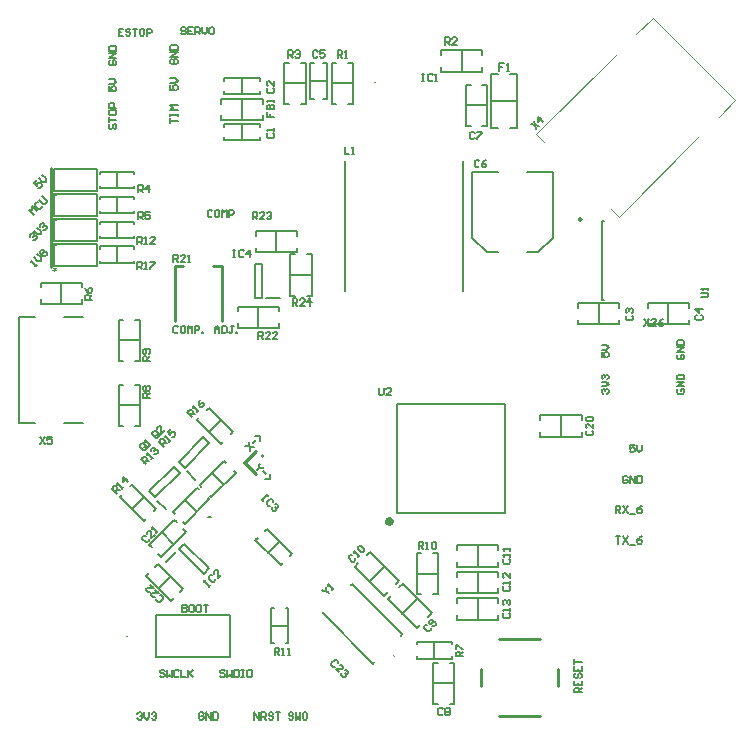
<source format=gto>
G04*
G04 #@! TF.GenerationSoftware,Altium Limited,Altium Designer,24.4.1 (13)*
G04*
G04 Layer_Color=65535*
%FSLAX25Y25*%
%MOIN*%
G70*
G04*
G04 #@! TF.SameCoordinates,4848AC28-F08C-4A73-8BB8-69E0F556E231*
G04*
G04*
G04 #@! TF.FilePolarity,Positive*
G04*
G01*
G75*
%ADD10C,0.00394*%
%ADD11C,0.00500*%
%ADD12C,0.00984*%
%ADD13C,0.00787*%
%ADD14C,0.01000*%
%ADD15C,0.00591*%
G36*
X128461Y271096D02*
X128456Y271091D01*
X128446Y271080D01*
X128431Y271061D01*
X128411Y271036D01*
X128386Y271006D01*
X128356Y270971D01*
X128291Y270890D01*
X128221Y270811D01*
X128151Y270730D01*
X128081Y270655D01*
X128051Y270626D01*
X128026Y270601D01*
X128031D01*
X128041Y270596D01*
X128061D01*
X128086Y270590D01*
X128116Y270581D01*
X128151Y270576D01*
X128231Y270555D01*
X128331Y270536D01*
X128441Y270511D01*
X128551Y270480D01*
X128666Y270451D01*
X128546Y270080D01*
X128541D01*
X128526Y270086D01*
X128506Y270096D01*
X128476Y270106D01*
X128446Y270115D01*
X128406Y270130D01*
X128316Y270165D01*
X128216Y270205D01*
X128116Y270251D01*
X128021Y270290D01*
X127981Y270316D01*
X127941Y270336D01*
Y270331D01*
Y270316D01*
X127946Y270290D01*
X127951Y270261D01*
Y270221D01*
X127956Y270176D01*
X127966Y270076D01*
X127976Y269966D01*
X127981Y269861D01*
X127991Y269761D01*
Y269715D01*
Y269681D01*
X127611D01*
Y269686D01*
Y269690D01*
Y269706D01*
Y269726D01*
X127616Y269751D01*
Y269786D01*
X127621Y269861D01*
X127631Y269955D01*
X127641Y270065D01*
X127656Y270191D01*
X127676Y270331D01*
X127671D01*
X127661Y270326D01*
X127646Y270316D01*
X127626Y270305D01*
X127601Y270296D01*
X127571Y270281D01*
X127496Y270251D01*
X127406Y270211D01*
X127296Y270165D01*
X127181Y270126D01*
X127056Y270080D01*
X126931Y270451D01*
X126936D01*
X126946Y270456D01*
X126966Y270461D01*
X126986Y270471D01*
X127016Y270480D01*
X127056Y270491D01*
X127136Y270511D01*
X127236Y270536D01*
X127346Y270561D01*
X127466Y270586D01*
X127586Y270601D01*
X127576Y270605D01*
X127556Y270626D01*
X127521Y270666D01*
X127471Y270715D01*
X127406Y270780D01*
X127326Y270871D01*
X127236Y270971D01*
X127191Y271030D01*
X127136Y271096D01*
X127451Y271316D01*
X127456Y271305D01*
X127476Y271276D01*
X127511Y271231D01*
X127551Y271171D01*
X127606Y271091D01*
X127666Y270990D01*
X127736Y270881D01*
X127811Y270756D01*
Y270761D01*
X127821Y270771D01*
X127831Y270791D01*
X127846Y270815D01*
X127861Y270846D01*
X127881Y270881D01*
X127926Y270966D01*
X127981Y271056D01*
X128036Y271146D01*
X128096Y271236D01*
X128151Y271316D01*
X128461Y271096D01*
D02*
G37*
G36*
Y279413D02*
X128456Y279408D01*
X128446Y279398D01*
X128431Y279378D01*
X128411Y279352D01*
X128386Y279323D01*
X128356Y279288D01*
X128291Y279207D01*
X128221Y279128D01*
X128151Y279047D01*
X128081Y278973D01*
X128051Y278942D01*
X128026Y278918D01*
X128031D01*
X128041Y278912D01*
X128061D01*
X128086Y278907D01*
X128116Y278898D01*
X128151Y278892D01*
X128231Y278872D01*
X128331Y278853D01*
X128441Y278828D01*
X128551Y278798D01*
X128666Y278767D01*
X128546Y278397D01*
X128541D01*
X128526Y278402D01*
X128506Y278413D01*
X128476Y278422D01*
X128446Y278432D01*
X128406Y278448D01*
X128316Y278483D01*
X128216Y278522D01*
X128116Y278568D01*
X128021Y278608D01*
X127981Y278632D01*
X127941Y278653D01*
Y278647D01*
Y278632D01*
X127946Y278608D01*
X127951Y278577D01*
Y278538D01*
X127956Y278492D01*
X127966Y278393D01*
X127976Y278282D01*
X127981Y278177D01*
X127991Y278078D01*
Y278032D01*
Y277997D01*
X127611D01*
Y278003D01*
Y278008D01*
Y278023D01*
Y278043D01*
X127616Y278067D01*
Y278102D01*
X127621Y278177D01*
X127631Y278273D01*
X127641Y278382D01*
X127656Y278507D01*
X127676Y278647D01*
X127671D01*
X127661Y278643D01*
X127646Y278632D01*
X127626Y278623D01*
X127601Y278612D01*
X127571Y278597D01*
X127496Y278568D01*
X127406Y278527D01*
X127296Y278483D01*
X127181Y278443D01*
X127056Y278397D01*
X126931Y278767D01*
X126936D01*
X126946Y278772D01*
X126966Y278778D01*
X126986Y278787D01*
X127016Y278798D01*
X127056Y278807D01*
X127136Y278828D01*
X127236Y278853D01*
X127346Y278877D01*
X127466Y278903D01*
X127586Y278918D01*
X127576Y278923D01*
X127556Y278942D01*
X127521Y278982D01*
X127471Y279032D01*
X127406Y279098D01*
X127326Y279187D01*
X127236Y279288D01*
X127191Y279347D01*
X127136Y279413D01*
X127451Y279632D01*
X127456Y279623D01*
X127476Y279592D01*
X127511Y279548D01*
X127551Y279487D01*
X127606Y279408D01*
X127666Y279308D01*
X127736Y279198D01*
X127811Y279072D01*
Y279078D01*
X127821Y279087D01*
X127831Y279107D01*
X127846Y279133D01*
X127861Y279163D01*
X127881Y279198D01*
X127926Y279282D01*
X127981Y279373D01*
X128036Y279463D01*
X128096Y279553D01*
X128151Y279632D01*
X128461Y279413D01*
D02*
G37*
G36*
Y287729D02*
X128456Y287724D01*
X128446Y287714D01*
X128431Y287694D01*
X128411Y287669D01*
X128386Y287639D01*
X128356Y287604D01*
X128291Y287524D01*
X128221Y287444D01*
X128151Y287364D01*
X128081Y287289D01*
X128051Y287259D01*
X128026Y287234D01*
X128031D01*
X128041Y287229D01*
X128061D01*
X128086Y287224D01*
X128116Y287214D01*
X128151Y287209D01*
X128231Y287189D01*
X128331Y287169D01*
X128441Y287144D01*
X128551Y287114D01*
X128666Y287084D01*
X128546Y286714D01*
X128541D01*
X128526Y286719D01*
X128506Y286729D01*
X128476Y286739D01*
X128446Y286749D01*
X128406Y286764D01*
X128316Y286799D01*
X128216Y286839D01*
X128116Y286884D01*
X128021Y286924D01*
X127981Y286949D01*
X127941Y286969D01*
Y286964D01*
Y286949D01*
X127946Y286924D01*
X127951Y286894D01*
Y286854D01*
X127956Y286809D01*
X127966Y286709D01*
X127976Y286599D01*
X127981Y286494D01*
X127991Y286394D01*
Y286349D01*
Y286314D01*
X127611D01*
Y286319D01*
Y286324D01*
Y286339D01*
Y286359D01*
X127616Y286384D01*
Y286419D01*
X127621Y286494D01*
X127631Y286589D01*
X127641Y286699D01*
X127656Y286824D01*
X127676Y286964D01*
X127671D01*
X127661Y286959D01*
X127646Y286949D01*
X127626Y286939D01*
X127601Y286929D01*
X127571Y286914D01*
X127496Y286884D01*
X127406Y286844D01*
X127296Y286799D01*
X127181Y286759D01*
X127056Y286714D01*
X126931Y287084D01*
X126936D01*
X126946Y287089D01*
X126966Y287094D01*
X126986Y287104D01*
X127016Y287114D01*
X127056Y287124D01*
X127136Y287144D01*
X127236Y287169D01*
X127346Y287194D01*
X127466Y287219D01*
X127586Y287234D01*
X127576Y287239D01*
X127556Y287259D01*
X127521Y287299D01*
X127471Y287349D01*
X127406Y287414D01*
X127326Y287504D01*
X127236Y287604D01*
X127191Y287664D01*
X127136Y287729D01*
X127451Y287949D01*
X127456Y287939D01*
X127476Y287909D01*
X127511Y287864D01*
X127551Y287804D01*
X127606Y287724D01*
X127666Y287624D01*
X127736Y287514D01*
X127811Y287389D01*
Y287394D01*
X127821Y287404D01*
X127831Y287424D01*
X127846Y287449D01*
X127861Y287479D01*
X127881Y287514D01*
X127926Y287599D01*
X127981Y287689D01*
X128036Y287779D01*
X128096Y287869D01*
X128151Y287949D01*
X128461Y287729D01*
D02*
G37*
G36*
Y296046D02*
X128456Y296041D01*
X128446Y296031D01*
X128431Y296011D01*
X128411Y295986D01*
X128386Y295956D01*
X128356Y295921D01*
X128291Y295841D01*
X128221Y295761D01*
X128151Y295681D01*
X128081Y295606D01*
X128051Y295576D01*
X128026Y295551D01*
X128031D01*
X128041Y295546D01*
X128061D01*
X128086Y295541D01*
X128116Y295531D01*
X128151Y295526D01*
X128231Y295506D01*
X128331Y295486D01*
X128441Y295461D01*
X128551Y295431D01*
X128666Y295401D01*
X128546Y295031D01*
X128541D01*
X128526Y295036D01*
X128506Y295046D01*
X128476Y295056D01*
X128446Y295066D01*
X128406Y295081D01*
X128316Y295116D01*
X128216Y295156D01*
X128116Y295201D01*
X128021Y295241D01*
X127981Y295266D01*
X127941Y295286D01*
Y295281D01*
Y295266D01*
X127946Y295241D01*
X127951Y295211D01*
Y295171D01*
X127956Y295126D01*
X127966Y295026D01*
X127976Y294916D01*
X127981Y294811D01*
X127991Y294711D01*
Y294666D01*
Y294631D01*
X127611D01*
Y294636D01*
Y294641D01*
Y294656D01*
Y294676D01*
X127616Y294701D01*
Y294736D01*
X127621Y294811D01*
X127631Y294906D01*
X127641Y295016D01*
X127656Y295141D01*
X127676Y295281D01*
X127671D01*
X127661Y295276D01*
X127646Y295266D01*
X127626Y295256D01*
X127601Y295246D01*
X127571Y295231D01*
X127496Y295201D01*
X127406Y295161D01*
X127296Y295116D01*
X127181Y295076D01*
X127056Y295031D01*
X126931Y295401D01*
X126936D01*
X126946Y295406D01*
X126966Y295411D01*
X126986Y295421D01*
X127016Y295431D01*
X127056Y295441D01*
X127136Y295461D01*
X127236Y295486D01*
X127346Y295511D01*
X127466Y295536D01*
X127586Y295551D01*
X127576Y295556D01*
X127556Y295576D01*
X127521Y295616D01*
X127471Y295666D01*
X127406Y295731D01*
X127326Y295821D01*
X127236Y295921D01*
X127191Y295981D01*
X127136Y296046D01*
X127451Y296266D01*
X127456Y296256D01*
X127476Y296226D01*
X127511Y296181D01*
X127551Y296121D01*
X127606Y296041D01*
X127666Y295941D01*
X127736Y295831D01*
X127811Y295706D01*
Y295711D01*
X127821Y295721D01*
X127831Y295741D01*
X127846Y295766D01*
X127861Y295796D01*
X127881Y295831D01*
X127926Y295916D01*
X127981Y296006D01*
X128036Y296096D01*
X128096Y296186D01*
X128151Y296266D01*
X128461Y296046D01*
D02*
G37*
D10*
X240615Y142259D02*
X240894Y141980D01*
X240615Y142259D01*
X151772Y148425D02*
X151378D01*
X151772D01*
X234453Y333067D02*
X234059D01*
X234453D01*
X321665Y349226D02*
X327094Y354654D01*
X354654Y327094D01*
X349226Y321665D02*
X354654Y327094D01*
X288261Y315822D02*
X314705Y342266D01*
X288261Y315822D02*
X290906Y313177D01*
X313177Y290906D02*
X315822Y288261D01*
X342266Y314705D01*
D11*
X240456Y186677D02*
X240037Y187548D01*
X239095Y187763D01*
X238339Y187160D01*
Y186194D01*
X239095Y185591D01*
X240037Y185807D01*
X240456Y186677D01*
X240223D02*
X239783Y187440D01*
X238902D01*
X238462Y186677D01*
X238902Y185915D01*
X239783D01*
X240223Y186677D01*
X239899D02*
X239064Y187159D01*
Y186195D01*
X239899Y186677D01*
X239736D02*
X238949D01*
X239736D01*
Y186284D02*
X238949D01*
X239736D01*
X115748Y219606D02*
Y254803D01*
X121181D01*
X130787D02*
X137047D01*
X115748Y219606D02*
X121181D01*
X130787D02*
X137047D01*
X241732Y189567D02*
Y225787D01*
X277953D01*
Y189567D02*
Y225787D01*
X241732Y189567D02*
X277953D01*
D12*
X303248Y287461D02*
X302510Y287887D01*
Y287034D01*
X303248Y287461D01*
X126399Y271654D02*
Y279654D01*
Y279971D02*
Y287970D01*
Y288287D02*
Y296287D01*
Y296604D02*
Y304604D01*
D13*
X179696Y188211D02*
X178909D01*
X179696D01*
X233795Y139336D02*
X234212Y139753D01*
X217091Y156039D02*
X233795Y139336D01*
X217091Y156039D02*
X217509Y156456D01*
X226417Y165365D02*
X226835Y165782D01*
X243538Y149079D01*
X243121Y148662D02*
X243538Y149079D01*
X310236Y287008D02*
X310827D01*
X310236Y260630D02*
Y287008D01*
Y260630D02*
X310827D01*
X186024Y141457D02*
Y155394D01*
X161614Y141457D02*
X186024D01*
X161614D02*
Y155394D01*
X186024D01*
X171846Y203382D02*
X174630Y200598D01*
X171123Y204607D02*
X179251Y212736D01*
X177303Y214685D02*
X179251Y212736D01*
X169174Y206556D02*
X177303Y214685D01*
X169174Y206556D02*
X171123Y204607D01*
X162004Y193539D02*
X164788Y190755D01*
X161280Y194764D02*
X169409Y202893D01*
X167460Y204842D02*
X169409Y202893D01*
X159331Y196713D02*
X167460Y204842D01*
X159331Y196713D02*
X161280Y194764D01*
X224410Y263386D02*
Y306693D01*
X263779Y263386D02*
Y306693D01*
X194488Y261221D02*
X196850D01*
X194488D02*
Y272638D01*
X196850D01*
Y261221D02*
Y272638D01*
X198228Y261024D02*
X202953D01*
X164887Y173238D02*
X168227Y176579D01*
X169341Y177414D02*
X177414Y169341D01*
X179084Y171011D01*
X171011Y179084D02*
X179084Y171011D01*
X169341Y177414D02*
X171011Y179084D01*
X127580Y271850D02*
Y279331D01*
X141753D01*
X127580Y271850D02*
X141753D01*
Y279331D01*
X127580Y280167D02*
Y287648D01*
X141753D01*
X127580Y280167D02*
X141753D01*
Y287648D01*
X127580Y288484D02*
Y295965D01*
X141753D01*
X127580Y288484D02*
X141753D01*
Y295965D01*
X127580Y296801D02*
Y304281D01*
X141753D01*
X127580Y296801D02*
X141753D01*
Y304281D01*
X271801Y276378D02*
X275492D01*
X266929Y281250D02*
X271801Y276378D01*
X288829D02*
X293701Y281250D01*
X285138Y276378D02*
X288829D01*
X266929Y281250D02*
Y303150D01*
X275492D01*
X285138D02*
X293701D01*
Y281250D02*
Y303150D01*
D14*
X275812Y121875D02*
X289592D01*
X269906Y131718D02*
Y137623D01*
X275812Y147466D02*
X289592D01*
X295497Y131718D02*
Y137623D01*
X180512Y271850D02*
X183465D01*
Y253346D02*
Y271850D01*
X167717Y253346D02*
Y271850D01*
X170669D01*
X190950Y206501D02*
X194882Y202362D01*
X196850Y208661D02*
X196856Y208863D01*
X190945Y206299D02*
X194882Y210236D01*
D15*
X206299Y268897D02*
X213386D01*
X206299Y275787D02*
X207874D01*
X206299Y262008D02*
Y275787D01*
Y262008D02*
X207874D01*
X211811D02*
X213386D01*
Y275787D01*
X211811D02*
X213386D01*
X201575Y276378D02*
Y283465D01*
X194685Y276378D02*
Y277953D01*
Y276378D02*
X208465D01*
Y277953D01*
Y281890D02*
Y283465D01*
X194685D02*
X208465D01*
X194685Y281890D02*
Y283465D01*
X195670Y251181D02*
Y258268D01*
X188780Y251181D02*
Y252756D01*
Y251181D02*
X202559D01*
Y252756D01*
Y256693D02*
Y258268D01*
X188780D02*
X202559D01*
X188780Y256693D02*
Y258268D01*
X142737Y272835D02*
X154155D01*
X142737D02*
Y273590D01*
X154155Y272835D02*
Y273590D01*
X142737Y278346D02*
X154155D01*
Y277590D02*
Y278346D01*
X148446Y272835D02*
Y278346D01*
X142737Y277590D02*
Y278346D01*
X175117Y220592D02*
X183190Y212519D01*
X175117Y220592D02*
X175652Y221126D01*
X183190Y212519D02*
X183725Y213053D01*
X179015Y224489D02*
X187088Y216416D01*
X186553Y215881D02*
X187088Y216416D01*
X179154Y216555D02*
X183051Y220453D01*
X178480Y223955D02*
X179015Y224489D01*
X179999Y194802D02*
X188072Y202875D01*
X179464Y195337D02*
X179999Y194802D01*
X187538Y203410D02*
X188072Y202875D01*
X176101Y198699D02*
X184175Y206773D01*
X184709Y206238D01*
X180138Y202736D02*
X184035Y198839D01*
X176101Y198699D02*
X176636Y198165D01*
X149527Y195001D02*
X157600Y186928D01*
X149527Y195001D02*
X150061Y195536D01*
X157600Y186928D02*
X158134Y187462D01*
X153424Y198899D02*
X161497Y190825D01*
X160963Y190291D02*
X161497Y190825D01*
X153563Y190965D02*
X157460Y194862D01*
X152889Y198364D02*
X153424Y198899D01*
X167243Y189841D02*
X175316Y197915D01*
X175851Y197380D01*
X167243Y189841D02*
X167778Y189307D01*
X171140Y185944D02*
X179214Y194017D01*
X170606Y186478D02*
X171140Y185944D01*
X171280Y193878D02*
X175177Y189980D01*
X178679Y194552D02*
X179214Y194017D01*
X142737Y281152D02*
X154155D01*
X142737D02*
Y281908D01*
X154155Y281152D02*
Y281908D01*
X142737Y286663D02*
X154155D01*
Y285908D02*
Y286663D01*
X148446Y281152D02*
Y286663D01*
X142737Y285908D02*
Y286663D01*
X200000Y146260D02*
Y157677D01*
X200756D01*
X200000Y146260D02*
X200756D01*
X205512D02*
Y157677D01*
X204756Y146260D02*
X205512D01*
X200000Y151969D02*
X205512D01*
X204756Y157677D02*
X205512D01*
X248426Y169291D02*
X255512D01*
X248426Y176181D02*
X250000D01*
X248426Y162401D02*
Y176181D01*
Y162401D02*
X250000D01*
X253937D02*
X255512D01*
Y176181D01*
X253937D02*
X255512D01*
X149015Y247048D02*
X156102D01*
X154527Y240158D02*
X156102D01*
Y253937D01*
X154527D02*
X156102D01*
X149015D02*
X150590D01*
X149015Y240158D02*
Y253937D01*
Y240158D02*
X150590D01*
X149016Y225393D02*
X156103D01*
X149016Y232283D02*
X150591D01*
X149016Y218504D02*
Y232283D01*
Y218504D02*
X150591D01*
X154528D02*
X156103D01*
Y232283D01*
X154528D02*
X156103D01*
X248622Y146457D02*
X260039D01*
Y145701D02*
Y146457D01*
X248622Y145701D02*
Y146457D01*
Y140945D02*
X260039D01*
X248622D02*
Y141701D01*
X254331Y140945D02*
Y146457D01*
X260039Y140945D02*
Y141701D01*
X129922Y259252D02*
Y266339D01*
X123032Y259252D02*
Y260827D01*
Y259252D02*
X136811D01*
Y260827D01*
Y264764D02*
Y266339D01*
X123032D02*
X136811D01*
X123032Y264764D02*
Y266339D01*
X142737Y289469D02*
X154155D01*
X142737D02*
Y290224D01*
X154155Y289469D02*
Y290224D01*
X142737Y294980D02*
X154155D01*
Y294224D02*
Y294980D01*
X148446Y289469D02*
Y294980D01*
X142737Y294224D02*
Y294980D01*
Y297785D02*
X154155D01*
X142737D02*
Y298541D01*
X154155Y297785D02*
Y298541D01*
X142737Y303297D02*
X154155D01*
Y302541D02*
Y303297D01*
X148446Y297785D02*
Y303297D01*
X142737Y302541D02*
Y303297D01*
X204331Y332677D02*
X211418D01*
X204331Y339567D02*
X205906D01*
X204331Y325787D02*
Y339567D01*
Y325787D02*
X205906D01*
X209843D02*
X211418D01*
Y339567D01*
X209843D02*
X211418D01*
X263386Y336614D02*
Y343701D01*
X256496Y336614D02*
Y338189D01*
Y336614D02*
X270276D01*
Y338189D01*
Y342126D02*
Y343701D01*
X256496D02*
X270276D01*
X256496Y342126D02*
Y343701D01*
X220078Y332678D02*
X227165D01*
X225590Y325788D02*
X227165D01*
Y339567D01*
X225590D02*
X227165D01*
X220078D02*
X221653D01*
X220078Y325788D02*
Y339567D01*
Y325788D02*
X221653D01*
X183268Y325984D02*
Y327559D01*
X197047D01*
Y325984D02*
Y327559D01*
Y320472D02*
Y322047D01*
X183268Y320472D02*
X197047D01*
X183268D02*
Y322047D01*
X190157Y320472D02*
Y327559D01*
X273327Y317815D02*
X275590D01*
X273327D02*
Y335728D01*
X275590D01*
X273425Y326772D02*
X281791D01*
X279527Y317815D02*
X281791D01*
X279527Y335728D02*
X281791D01*
Y317815D02*
Y335728D01*
X194663Y180377D02*
X203014Y172025D01*
X203850Y172860D01*
X194663Y180377D02*
X195498Y181212D01*
X206077Y175087D02*
X206912Y175923D01*
X198560Y184274D02*
X206912Y175923D01*
X197725Y183439D02*
X198560Y184274D01*
X198839Y176201D02*
X202736Y180098D01*
X158246Y168566D02*
X166597Y160214D01*
X167432Y161049D01*
X158246Y168566D02*
X159081Y169401D01*
X169659Y163276D02*
X170495Y164111D01*
X162143Y172463D02*
X170495Y164111D01*
X161308Y171628D02*
X162143Y172463D01*
X162421Y164390D02*
X166319Y168287D01*
X159230Y178875D02*
X167581Y187227D01*
X159230Y178875D02*
X160065Y178040D01*
X167581Y187227D02*
X168417Y186392D01*
X162292Y175813D02*
X163127Y174978D01*
X171479Y183329D01*
X170644Y184165D02*
X171479Y183329D01*
X163406Y183051D02*
X167303Y179154D01*
X303346Y214961D02*
Y216535D01*
X289567Y214961D02*
X303346D01*
X289567D02*
Y216535D01*
Y220472D02*
Y222047D01*
X303346D01*
Y220472D02*
Y222047D01*
X296457Y214961D02*
Y222047D01*
X261811Y159449D02*
Y161024D01*
X275590D01*
Y159449D02*
Y161024D01*
Y153937D02*
Y155512D01*
X261811Y153937D02*
X275590D01*
X261811D02*
Y155512D01*
X268701Y153937D02*
Y161024D01*
X261811Y168307D02*
Y169882D01*
X275590D01*
Y168307D02*
Y169882D01*
Y162795D02*
Y164370D01*
X261811Y162795D02*
X275590D01*
X261811D02*
Y164370D01*
X268701Y162795D02*
Y169882D01*
X261811Y177165D02*
Y178740D01*
X275590D01*
Y177165D02*
Y178740D01*
Y171653D02*
Y173228D01*
X261811Y171653D02*
X275590D01*
X261811D02*
Y173228D01*
X268701Y171653D02*
Y178740D01*
X237602Y161914D02*
X238716Y163028D01*
X227859Y171658D02*
X237602Y161914D01*
X227859Y171658D02*
X228973Y172771D01*
X231756Y175555D02*
X232870Y176669D01*
X242614Y166925D01*
X241500Y165812D02*
X242614Y166925D01*
X232731Y166786D02*
X237742Y171797D01*
X242583Y164728D02*
X243697Y165842D01*
X253440Y156098D01*
X252327Y154985D02*
X253440Y156098D01*
X248429Y151087D02*
X249543Y152201D01*
X238686Y160831D02*
X248429Y151087D01*
X238686Y160831D02*
X239799Y161944D01*
X243558Y155959D02*
X248569Y160970D01*
X259424Y139566D02*
X260999D01*
Y125786D02*
Y139566D01*
X259424Y125786D02*
X260999D01*
X253912D02*
X255487D01*
X253912D02*
Y139566D01*
X255487D01*
X253912Y132676D02*
X260999D01*
X270325Y332310D02*
X271900D01*
Y318530D02*
Y332310D01*
X270325Y318530D02*
X271900D01*
X264813D02*
X266388D01*
X264813D02*
Y332310D01*
X266388D01*
X264813Y325420D02*
X271900D01*
X212992Y327559D02*
Y339370D01*
Y327559D02*
X214173D01*
X212992Y339370D02*
X214173D01*
X217323Y327559D02*
X218504D01*
Y339370D01*
X217323D02*
X218504D01*
X212992Y333465D02*
X218504D01*
X325394Y257874D02*
Y259449D01*
X339173D01*
Y257874D02*
Y259449D01*
Y252362D02*
Y253937D01*
X325394Y252362D02*
X339173D01*
X325394D02*
Y253937D01*
X332283Y252362D02*
Y259449D01*
X315945Y252362D02*
Y253937D01*
X302165Y252362D02*
X315945D01*
X302165D02*
Y253937D01*
Y257874D02*
Y259449D01*
X315945D01*
Y257874D02*
Y259449D01*
X309055Y252362D02*
Y259449D01*
X184252Y329134D02*
X196063D01*
Y330315D01*
X184252Y329134D02*
Y330315D01*
X196063Y333465D02*
Y334646D01*
X184252D02*
X196063D01*
X184252Y333465D02*
Y334646D01*
X190157Y329134D02*
Y334646D01*
X184252Y313779D02*
X196063D01*
Y314961D01*
X184252Y313779D02*
Y314961D01*
X196063Y318110D02*
Y319291D01*
X184252D02*
X196063D01*
X184252Y318110D02*
Y319291D01*
X190157Y313779D02*
Y319291D01*
X277559Y156103D02*
X277166Y155709D01*
Y154922D01*
X277559Y154529D01*
X279134D01*
X279527Y154922D01*
Y155709D01*
X279134Y156103D01*
X279527Y156890D02*
Y157677D01*
Y157284D01*
X277166D01*
X277559Y156890D01*
Y158858D02*
X277166Y159251D01*
Y160039D01*
X277559Y160432D01*
X277953D01*
X278346Y160039D01*
Y159645D01*
Y160039D01*
X278740Y160432D01*
X279134D01*
X279527Y160039D01*
Y159251D01*
X279134Y158858D01*
X226816Y175567D02*
X226259Y175567D01*
X225703Y175010D01*
Y174454D01*
X226816Y173340D01*
X227372D01*
X227929Y173897D01*
Y174454D01*
X228764Y174732D02*
X229321Y175288D01*
X229042Y175010D01*
X227372Y176680D01*
Y176123D01*
X228764Y177515D02*
X228764Y178071D01*
X229321Y178628D01*
X229877D01*
X230990Y177515D01*
Y176958D01*
X230434Y176402D01*
X229877D01*
X228764Y177515D01*
X277559Y174213D02*
X277166Y173819D01*
Y173032D01*
X277559Y172639D01*
X279134D01*
X279527Y173032D01*
Y173819D01*
X279134Y174213D01*
X279527Y175000D02*
Y175787D01*
Y175394D01*
X277166D01*
X277559Y175000D01*
X279527Y176968D02*
Y177755D01*
Y177362D01*
X277166D01*
X277559Y176968D01*
X277559Y165158D02*
X277166Y164764D01*
Y163977D01*
X277559Y163584D01*
X279134D01*
X279527Y163977D01*
Y164764D01*
X279134Y165158D01*
X279527Y165945D02*
Y166732D01*
Y166339D01*
X277166D01*
X277559Y165945D01*
X279527Y169487D02*
Y167913D01*
X277953Y169487D01*
X277559D01*
X277166Y169094D01*
Y168307D01*
X277559Y167913D01*
X159448Y227953D02*
X157087D01*
Y229134D01*
X157481Y229528D01*
X158268D01*
X158661Y229134D01*
Y227953D01*
Y228741D02*
X159448Y229528D01*
X157481Y230315D02*
X157087Y230708D01*
Y231496D01*
X157481Y231889D01*
X157874D01*
X158268Y231496D01*
X158661Y231889D01*
X159055D01*
X159448Y231496D01*
Y230708D01*
X159055Y230315D01*
X158661D01*
X158268Y230708D01*
X157874Y230315D01*
X157481D01*
X158268Y230708D02*
Y231496D01*
X305118Y216930D02*
X304725Y216536D01*
Y215749D01*
X305118Y215355D01*
X306693D01*
X307086Y215749D01*
Y216536D01*
X306693Y216930D01*
X307086Y219291D02*
Y217717D01*
X305512Y219291D01*
X305118D01*
X304725Y218898D01*
Y218110D01*
X305118Y217717D01*
Y220078D02*
X304725Y220472D01*
Y221259D01*
X305118Y221653D01*
X306693D01*
X307086Y221259D01*
Y220472D01*
X306693Y220078D01*
X305118D01*
X173551Y221487D02*
X171881Y223157D01*
X172716Y223992D01*
X173273Y223992D01*
X173829Y223435D01*
Y222879D01*
X172994Y222044D01*
X173551Y222601D02*
X174664Y222601D01*
X175221Y223157D02*
X175777Y223714D01*
X175499Y223435D01*
X173829Y225105D01*
Y224549D01*
X176056Y227332D02*
X175777Y226497D01*
X175777Y225383D01*
X176334Y224827D01*
X176890D01*
X177447Y225383D01*
Y225940D01*
X177169Y226218D01*
X176612D01*
X175777Y225383D01*
X140157Y260631D02*
X137796D01*
Y261811D01*
X138189Y262205D01*
X138976D01*
X139370Y261811D01*
Y260631D01*
Y261418D02*
X140157Y262205D01*
X137796Y264566D02*
X138189Y263779D01*
X138976Y262992D01*
X139763D01*
X140157Y263386D01*
Y264173D01*
X139763Y264566D01*
X139370D01*
X138976Y264173D01*
Y262992D01*
X159448Y240158D02*
X157087D01*
Y241339D01*
X157481Y241732D01*
X158268D01*
X158661Y241339D01*
Y240158D01*
Y240945D02*
X159448Y241732D01*
X159055Y242520D02*
X159448Y242913D01*
Y243700D01*
X159055Y244094D01*
X157481D01*
X157087Y243700D01*
Y242913D01*
X157481Y242520D01*
X157874D01*
X158268Y242913D01*
Y244094D01*
X122835Y214960D02*
X124410Y212599D01*
Y214960D02*
X122835Y212599D01*
X126771Y214960D02*
X125197D01*
Y213779D01*
X125984Y214173D01*
X126377D01*
X126771Y213779D01*
Y212992D01*
X126377Y212599D01*
X125590D01*
X125197Y212992D01*
X318504Y255315D02*
X318111Y254922D01*
Y254134D01*
X318504Y253741D01*
X320078D01*
X320472Y254134D01*
Y254922D01*
X320078Y255315D01*
X318504Y256102D02*
X318111Y256496D01*
Y257283D01*
X318504Y257677D01*
X318898D01*
X319291Y257283D01*
Y256889D01*
Y257283D01*
X319685Y257677D01*
X320078D01*
X320472Y257283D01*
Y256496D01*
X320078Y256102D01*
X155512Y296457D02*
Y298818D01*
X156693D01*
X157087Y298425D01*
Y297638D01*
X156693Y297244D01*
X155512D01*
X156300D02*
X157087Y296457D01*
X159055D02*
Y298818D01*
X157874Y297638D01*
X159448D01*
X251921Y152247D02*
X251364Y152247D01*
X250808Y151690D01*
Y151134D01*
X251921Y150020D01*
X252478D01*
X253034Y150577D01*
Y151134D01*
X253591Y151690D02*
X254147D01*
X254704Y152247D01*
Y152803D01*
X253591Y153917D01*
X253034Y153917D01*
X252478Y153360D01*
Y152803D01*
X252756Y152525D01*
X253312D01*
X254147Y153360D01*
X164102Y211645D02*
X162432Y213315D01*
X163267Y214149D01*
X163824Y214149D01*
X164380Y213593D01*
Y213036D01*
X163545Y212201D01*
X164102Y212758D02*
X165215Y212758D01*
X165772Y213315D02*
X166328Y213871D01*
X166050Y213593D01*
X164380Y215263D01*
Y214706D01*
X166607Y217489D02*
X165494Y216376D01*
X166328Y215541D01*
X166607Y216376D01*
X166885Y216654D01*
X167442D01*
X167998Y216098D01*
Y215541D01*
X167442Y214984D01*
X166885D01*
X148354Y195897D02*
X146684Y197567D01*
X147519Y198401D01*
X148076Y198401D01*
X148632Y197845D01*
Y197288D01*
X147797Y196453D01*
X148354Y197010D02*
X149467Y197010D01*
X150024Y197567D02*
X150580Y198123D01*
X150302Y197845D01*
X148632Y199515D01*
Y198958D01*
X152250Y199793D02*
X150580Y201463D01*
Y199793D01*
X151693Y200906D01*
X198354Y195835D02*
X198911Y195279D01*
X198632Y195557D01*
X196962Y193887D01*
X196684Y194166D01*
X197241Y193609D01*
X200580Y193052D02*
Y193609D01*
X200024Y194166D01*
X199467Y194166D01*
X198354Y193052D01*
Y192496D01*
X198911Y191939D01*
X199467D01*
X201137Y192496D02*
X201694Y192496D01*
X202250Y191939D01*
Y191383D01*
X201972Y191104D01*
X201415D01*
X201137Y191383D01*
X201415Y191104D01*
Y190548D01*
X201137Y190270D01*
X200580D01*
X200024Y190826D01*
Y191383D01*
X198819Y331102D02*
X198426Y330709D01*
Y329922D01*
X198819Y329528D01*
X200393D01*
X200787Y329922D01*
Y330709D01*
X200393Y331102D01*
X200787Y333464D02*
Y331890D01*
X199213Y333464D01*
X198819D01*
X198426Y333070D01*
Y332283D01*
X198819Y331890D01*
X158431Y211648D02*
X157317Y212761D01*
X156761Y212761D01*
X156204Y212205D01*
Y211648D01*
X157317Y210535D01*
X157874D01*
X158431Y211091D01*
X157596Y211370D02*
X158709Y211370D01*
X158431Y211091D02*
Y211648D01*
X159265Y211926D02*
X159822Y212483D01*
X159544Y212205D01*
X157874Y213875D01*
Y213318D01*
X155316Y279134D02*
Y281496D01*
X156497D01*
X156890Y281102D01*
Y280315D01*
X156497Y279921D01*
X155316D01*
X156103D02*
X156890Y279134D01*
X157677D02*
X158465D01*
X158071D01*
Y281496D01*
X157677Y281102D01*
X161220Y279134D02*
X159645D01*
X161220Y280709D01*
Y281102D01*
X160826Y281496D01*
X160039D01*
X159645Y281102D01*
X277559Y339370D02*
X275985D01*
Y338189D01*
X276772D01*
X275985D01*
Y337008D01*
X278346D02*
X279133D01*
X278740D01*
Y339370D01*
X278346Y338976D01*
X177393Y166464D02*
X177949Y167021D01*
X177671Y166743D01*
X179341Y165073D01*
X179063Y164794D01*
X179619Y165351D01*
X180176Y168691D02*
X179619D01*
X179063Y168134D01*
X179063Y167577D01*
X180176Y166464D01*
X180732D01*
X181289Y167021D01*
Y167577D01*
X183237Y168969D02*
X182124Y167856D01*
Y170082D01*
X181846Y170360D01*
X181289D01*
X180732Y169804D01*
X180732Y169247D01*
X257087Y124015D02*
X256693Y124409D01*
X255906D01*
X255512Y124015D01*
Y122441D01*
X255906Y122048D01*
X256693D01*
X257087Y122441D01*
X257874Y124015D02*
X258267Y124409D01*
X259055D01*
X259448Y124015D01*
Y123622D01*
X259055Y123228D01*
X259448Y122835D01*
Y122441D01*
X259055Y122048D01*
X258267D01*
X257874Y122441D01*
Y122835D01*
X258267Y123228D01*
X257874Y123622D01*
Y124015D01*
X258267Y123228D02*
X259055D01*
X158196Y205739D02*
X156527Y207409D01*
X157362Y208244D01*
X157918Y208244D01*
X158475Y207687D01*
Y207131D01*
X157640Y206296D01*
X158196Y206853D02*
X159310Y206853D01*
X159866Y207409D02*
X160423Y207966D01*
X160145Y207687D01*
X158475Y209357D01*
Y208801D01*
X159866Y210192D02*
X159866Y210749D01*
X160423Y211305D01*
X160979D01*
X161258Y211027D01*
Y210470D01*
X160979Y210192D01*
X161258Y210470D01*
X161814D01*
X162093Y210192D01*
Y209635D01*
X161536Y209079D01*
X160979D01*
X198426Y323229D02*
Y321654D01*
X199606D01*
Y322442D01*
Y321654D01*
X200787D01*
X198426Y324016D02*
X200787D01*
Y325197D01*
X200394Y325590D01*
X200000D01*
X199606Y325197D01*
Y324016D01*
Y325197D01*
X199213Y325590D01*
X198819D01*
X198426Y325197D01*
Y324016D01*
X200787Y326377D02*
Y327165D01*
Y326771D01*
X198426D01*
X198819Y326377D01*
X198819Y316142D02*
X198426Y315748D01*
Y314961D01*
X198819Y314567D01*
X200393D01*
X200787Y314961D01*
Y315748D01*
X200393Y316142D01*
X200787Y316929D02*
Y317716D01*
Y317322D01*
X198426D01*
X198819Y316929D01*
X222048Y341339D02*
Y343700D01*
X223229D01*
X223622Y343307D01*
Y342520D01*
X223229Y342126D01*
X222048D01*
X222835D02*
X223622Y341339D01*
X224409D02*
X225196D01*
X224803D01*
Y343700D01*
X224409Y343307D01*
X161580Y160929D02*
X161580Y160372D01*
X162137Y159816D01*
X162693D01*
X163807Y160929D01*
Y161485D01*
X163250Y162042D01*
X162693D01*
X161302Y163990D02*
X162415Y162877D01*
X160189D01*
X159910Y162598D01*
X159910Y162042D01*
X160467Y161485D01*
X161024D01*
X159632Y165660D02*
X160745Y164547D01*
X158519D01*
X158241Y164268D01*
X158241Y163712D01*
X158797Y163155D01*
X159354D01*
X224410Y311417D02*
Y309055D01*
X225984D01*
X226771D02*
X227559D01*
X227165D01*
Y311417D01*
X226771Y311023D01*
X250198Y335826D02*
X250985D01*
X250591D01*
Y333465D01*
X250198D01*
X250985D01*
X253740Y335433D02*
X253346Y335826D01*
X252559D01*
X252166Y335433D01*
Y333858D01*
X252559Y333465D01*
X253346D01*
X253740Y333858D01*
X254527Y333465D02*
X255314D01*
X254921D01*
Y335826D01*
X254527Y335433D01*
X216950Y163895D02*
X217228Y163617D01*
X218341D01*
Y164730D01*
X218063Y165008D01*
X218341Y163617D02*
X219176Y162782D01*
X220289Y163895D02*
X220846Y164452D01*
X220567Y164173D01*
X218898Y165843D01*
Y165286D01*
X249017Y177559D02*
Y179921D01*
X250197D01*
X250591Y179527D01*
Y178740D01*
X250197Y178347D01*
X249017D01*
X249804D02*
X250591Y177559D01*
X251378D02*
X252165D01*
X251772D01*
Y179921D01*
X251378Y179527D01*
X253346D02*
X253740Y179921D01*
X254527D01*
X254920Y179527D01*
Y177953D01*
X254527Y177559D01*
X253740D01*
X253346Y177953D01*
Y179527D01*
X286356Y319128D02*
X289139Y318572D01*
X287470Y320242D02*
X288026Y317459D01*
X290531Y319963D02*
X288861Y321633D01*
Y319963D01*
X289974Y321076D01*
X162483Y215701D02*
X161370Y216814D01*
X160813Y216814D01*
X160257Y216257D01*
Y215701D01*
X161370Y214587D01*
X161926D01*
X162483Y215144D01*
X161648Y215422D02*
X162761Y215422D01*
X162483Y215144D02*
Y215701D01*
X164431Y217092D02*
X163318Y215979D01*
Y218205D01*
X163040Y218483D01*
X162483Y218483D01*
X161926Y217927D01*
Y217370D01*
X155512Y287402D02*
Y289763D01*
X156693D01*
X157087Y289370D01*
Y288583D01*
X156693Y288189D01*
X155512D01*
X156300D02*
X157087Y287402D01*
X159448Y289763D02*
X157874D01*
Y288583D01*
X158661Y288976D01*
X159055D01*
X159448Y288583D01*
Y287795D01*
X159055Y287402D01*
X158267D01*
X157874Y287795D01*
X257875Y345670D02*
Y348031D01*
X259055D01*
X259449Y347638D01*
Y346850D01*
X259055Y346457D01*
X257875D01*
X258662D02*
X259449Y345670D01*
X261810D02*
X260236D01*
X261810Y347244D01*
Y347638D01*
X261417Y348031D01*
X260630D01*
X260236Y347638D01*
X267717Y316142D02*
X267323Y316535D01*
X266536D01*
X266142Y316142D01*
Y314567D01*
X266536Y314174D01*
X267323D01*
X267717Y314567D01*
X268504Y316535D02*
X270078D01*
Y316142D01*
X268504Y314567D01*
Y314174D01*
X269291Y306693D02*
X268898Y307086D01*
X268111D01*
X267717Y306693D01*
Y305118D01*
X268111Y304725D01*
X268898D01*
X269291Y305118D01*
X271653Y307086D02*
X270866Y306693D01*
X270079Y305906D01*
Y305118D01*
X270472Y304725D01*
X271259D01*
X271653Y305118D01*
Y305512D01*
X271259Y305906D01*
X270079D01*
X341733Y255512D02*
X341339Y255118D01*
Y254331D01*
X341733Y253938D01*
X343307D01*
X343700Y254331D01*
Y255118D01*
X343307Y255512D01*
X343700Y257480D02*
X341339D01*
X342520Y256299D01*
Y257873D01*
X155316Y270866D02*
Y273228D01*
X156497D01*
X156890Y272834D01*
Y272047D01*
X156497Y271654D01*
X155316D01*
X156103D02*
X156890Y270866D01*
X157677D02*
X158465D01*
X158071D01*
Y273228D01*
X157677Y272834D01*
X159645Y273228D02*
X161220D01*
Y272834D01*
X159645Y271260D01*
Y270866D01*
X158057Y182005D02*
X157501Y182005D01*
X156944Y181449D01*
Y180892D01*
X158057Y179779D01*
X158614D01*
X159170Y180335D01*
Y180892D01*
X161119Y182283D02*
X160005Y181170D01*
Y183397D01*
X159727Y183675D01*
X159170Y183675D01*
X158614Y183118D01*
Y182562D01*
X161675Y182840D02*
X162232Y183397D01*
X161953Y183118D01*
X160284Y184788D01*
Y184231D01*
X235827Y231102D02*
Y229134D01*
X236221Y228741D01*
X237008D01*
X237402Y229134D01*
Y231102D01*
X239763Y228741D02*
X238189D01*
X239763Y230315D01*
Y230708D01*
X239370Y231102D01*
X238582D01*
X238189Y230708D01*
X215354Y343307D02*
X214961Y343700D01*
X214174D01*
X213780Y343307D01*
Y341733D01*
X214174Y341339D01*
X214961D01*
X215354Y341733D01*
X217716Y343700D02*
X216142D01*
Y342520D01*
X216929Y342913D01*
X217322D01*
X217716Y342520D01*
Y341733D01*
X217322Y341339D01*
X216535D01*
X216142Y341733D01*
X222223Y139453D02*
X222223Y140010D01*
X221667Y140566D01*
X221110D01*
X219997Y139453D01*
Y138897D01*
X220554Y138340D01*
X221110D01*
X222502Y136392D02*
X221389Y137505D01*
X223615D01*
X223893Y137783D01*
X223893Y138340D01*
X223337Y138897D01*
X222780D01*
X224450Y137227D02*
X225007D01*
X225563Y136670D01*
X225563Y136114D01*
X225285Y135835D01*
X224728D01*
X224450Y136114D01*
X224728Y135835D01*
Y135279D01*
X224450Y135000D01*
X223893D01*
X223337Y135557D01*
Y136114D01*
X205512Y341339D02*
Y343700D01*
X206693D01*
X207087Y343307D01*
Y342520D01*
X206693Y342126D01*
X205512D01*
X206300D02*
X207087Y341339D01*
X207874Y343307D02*
X208267Y343700D01*
X209055D01*
X209448Y343307D01*
Y342913D01*
X209055Y342520D01*
X208661D01*
X209055D01*
X209448Y342126D01*
Y341733D01*
X209055Y341339D01*
X208267D01*
X207874Y341733D01*
X263779Y141733D02*
X261418D01*
Y142914D01*
X261811Y143307D01*
X262598D01*
X262992Y142914D01*
Y141733D01*
Y142520D02*
X263779Y143307D01*
X261418Y144094D02*
Y145669D01*
X261811D01*
X263386Y144094D01*
X263779D01*
X201043Y142252D02*
Y144613D01*
X202223D01*
X202617Y144220D01*
Y143433D01*
X202223Y143039D01*
X201043D01*
X201830D02*
X202617Y142252D01*
X203404D02*
X204191D01*
X203798D01*
Y144613D01*
X203404Y144220D01*
X205372Y142252D02*
X206159D01*
X205765D01*
Y144613D01*
X205372Y144220D01*
X343307Y261418D02*
X345275D01*
X345669Y261811D01*
Y262599D01*
X345275Y262992D01*
X343307D01*
X345669Y263779D02*
Y264566D01*
Y264173D01*
X343307D01*
X343701Y263779D01*
X168897Y251574D02*
X168503Y251968D01*
X167716D01*
X167323Y251574D01*
Y250000D01*
X167716Y249606D01*
X168503D01*
X168897Y250000D01*
X170865Y251968D02*
X170078D01*
X169684Y251574D01*
Y250000D01*
X170078Y249606D01*
X170865D01*
X171259Y250000D01*
Y251574D01*
X170865Y251968D01*
X172046Y249606D02*
Y251968D01*
X172833Y251181D01*
X173620Y251968D01*
Y249606D01*
X174407D02*
Y251968D01*
X175588D01*
X175981Y251574D01*
Y250787D01*
X175588Y250393D01*
X174407D01*
X176769Y249606D02*
Y250000D01*
X177162D01*
Y249606D01*
X176769D01*
X181098D02*
Y251181D01*
X181885Y251968D01*
X182672Y251181D01*
Y249606D01*
Y250787D01*
X181098D01*
X183459Y251968D02*
Y249606D01*
X184640D01*
X185034Y250000D01*
Y251574D01*
X184640Y251968D01*
X183459D01*
X187395D02*
X186608D01*
X187002D01*
Y250000D01*
X186608Y249606D01*
X186214D01*
X185821Y250000D01*
X188182Y249606D02*
Y250000D01*
X188576D01*
Y249606D01*
X188182D01*
X180315Y290157D02*
X179921Y290550D01*
X179134D01*
X178740Y290157D01*
Y288582D01*
X179134Y288189D01*
X179921D01*
X180315Y288582D01*
X182282Y290550D02*
X181495D01*
X181102Y290157D01*
Y288582D01*
X181495Y288189D01*
X182282D01*
X182676Y288582D01*
Y290157D01*
X182282Y290550D01*
X183463Y288189D02*
Y290550D01*
X184250Y289763D01*
X185037Y290550D01*
Y288189D01*
X185825D02*
Y290550D01*
X187005D01*
X187399Y290157D01*
Y289370D01*
X187005Y288976D01*
X185825D01*
X196206Y206000D02*
X195927Y205722D01*
Y204609D01*
X197041D01*
X197319Y204887D01*
X195927Y204609D02*
X195092Y203774D01*
X197041Y203496D02*
X198154Y202383D01*
X197875Y200991D02*
X199545D01*
Y202661D01*
X191244Y211954D02*
X194027Y211397D01*
X192357Y213067D02*
X192913Y210284D01*
X193748Y212789D02*
X194861Y213902D01*
X196253Y213623D02*
Y215293D01*
X194583D01*
X335631Y230905D02*
X335237Y230511D01*
Y229724D01*
X335631Y229331D01*
X337205D01*
X337598Y229724D01*
Y230511D01*
X337205Y230905D01*
X336418D01*
Y230118D01*
X337598Y231692D02*
X335237D01*
X337598Y233266D01*
X335237D01*
Y234054D02*
X337598D01*
Y235234D01*
X337205Y235628D01*
X335631D01*
X335237Y235234D01*
Y234054D01*
X310434Y229331D02*
X310040Y229724D01*
Y230511D01*
X310434Y230905D01*
X310827D01*
X311221Y230511D01*
Y230118D01*
Y230511D01*
X311614Y230905D01*
X312008D01*
X312402Y230511D01*
Y229724D01*
X312008Y229331D01*
X310040Y231692D02*
X311614D01*
X312402Y232479D01*
X311614Y233266D01*
X310040D01*
X310434Y234054D02*
X310040Y234447D01*
Y235234D01*
X310434Y235628D01*
X310827D01*
X311221Y235234D01*
Y234841D01*
Y235234D01*
X311614Y235628D01*
X312008D01*
X312402Y235234D01*
Y234447D01*
X312008Y234054D01*
X321061Y212163D02*
X319487D01*
Y210982D01*
X320274Y211376D01*
X320667D01*
X321061Y210982D01*
Y210195D01*
X320667Y209802D01*
X319880D01*
X319487Y210195D01*
X321848Y212163D02*
Y210589D01*
X322635Y209802D01*
X323422Y210589D01*
Y212163D01*
X318700Y201377D02*
X318306Y201771D01*
X317519D01*
X317125Y201377D01*
Y199803D01*
X317519Y199409D01*
X318306D01*
X318700Y199803D01*
Y200590D01*
X317912D01*
X319487Y199409D02*
Y201771D01*
X321061Y199409D01*
Y201771D01*
X321848D02*
Y199409D01*
X323029D01*
X323422Y199803D01*
Y201377D01*
X323029Y201771D01*
X321848D01*
X145867Y331692D02*
Y330118D01*
X147048D01*
X146654Y330905D01*
Y331299D01*
X147048Y331692D01*
X147835D01*
X148228Y331299D01*
Y330512D01*
X147835Y330118D01*
X145867Y332480D02*
X147441D01*
X148228Y333267D01*
X147441Y334054D01*
X145867D01*
X146260Y340354D02*
X145867Y339960D01*
Y339173D01*
X146260Y338779D01*
X147835D01*
X148228Y339173D01*
Y339960D01*
X147835Y340354D01*
X147048D01*
Y339567D01*
X148228Y341141D02*
X145867D01*
X148228Y342715D01*
X145867D01*
Y343502D02*
X148228D01*
Y344683D01*
X147835Y345077D01*
X146260D01*
X145867Y344683D01*
Y343502D01*
X150590Y350984D02*
X149016D01*
Y348622D01*
X150590D01*
X149016Y349803D02*
X149803D01*
X152952Y350590D02*
X152558Y350984D01*
X151771D01*
X151377Y350590D01*
Y350196D01*
X151771Y349803D01*
X152558D01*
X152952Y349409D01*
Y349016D01*
X152558Y348622D01*
X151771D01*
X151377Y349016D01*
X153739Y350984D02*
X155313D01*
X154526D01*
Y348622D01*
X157281Y350984D02*
X156494D01*
X156100Y350590D01*
Y349016D01*
X156494Y348622D01*
X157281D01*
X157674Y349016D01*
Y350590D01*
X157281Y350984D01*
X158461Y348622D02*
Y350984D01*
X159642D01*
X160036Y350590D01*
Y349803D01*
X159642Y349409D01*
X158461D01*
X171456Y350984D02*
X171063Y351377D01*
X170275D01*
X169882Y350984D01*
Y350590D01*
X170275Y350197D01*
X171063D01*
X171456Y349803D01*
Y349409D01*
X171063Y349016D01*
X170275D01*
X169882Y349409D01*
X173818Y351377D02*
X172243D01*
Y349016D01*
X173818D01*
X172243Y350197D02*
X173030D01*
X174605Y349016D02*
Y351377D01*
X175786D01*
X176179Y350984D01*
Y350197D01*
X175786Y349803D01*
X174605D01*
X175392D02*
X176179Y349016D01*
X176966Y351377D02*
Y349803D01*
X177753Y349016D01*
X178541Y349803D01*
Y351377D01*
X180508D02*
X179721D01*
X179328Y350984D01*
Y349409D01*
X179721Y349016D01*
X180508D01*
X180902Y349409D01*
Y350984D01*
X180508Y351377D01*
X121979Y300468D02*
X120866Y299355D01*
X121701Y298520D01*
X121979Y299355D01*
X122258Y299634D01*
X122814D01*
X123371Y299077D01*
Y298520D01*
X122814Y297964D01*
X122258D01*
X122536Y301025D02*
X123649Y299912D01*
X124762D01*
X124762Y301025D01*
X123649Y302138D01*
X119475Y281569D02*
Y282125D01*
X120031Y282682D01*
X120588Y282682D01*
X120866Y282403D01*
Y281847D01*
X120588Y281569D01*
X120866Y281847D01*
X121423D01*
X121701Y281569D01*
Y281012D01*
X121144Y280455D01*
X120588D01*
X120866Y283517D02*
X121979Y282404D01*
X123092D01*
X123092Y283517D01*
X121979Y284630D01*
X122814Y284908D02*
Y285465D01*
X123371Y286021D01*
X123927Y286021D01*
X124206Y285743D01*
Y285187D01*
X123927Y284908D01*
X124206Y285187D01*
X124762D01*
X125041Y284908D01*
Y284352D01*
X124484Y283795D01*
X123927D01*
X120866Y288931D02*
X119196Y290601D01*
X120309D01*
X120309Y291714D01*
X121979Y290044D01*
X122258Y293106D02*
X121701Y293106D01*
X121144Y292549D01*
Y291993D01*
X122258Y290879D01*
X122814D01*
X123371Y291436D01*
Y291993D01*
X122536Y293941D02*
X123927Y292549D01*
X124484D01*
X125041Y293106D01*
Y293662D01*
X123649Y295054D01*
X164370Y136810D02*
X163976Y137204D01*
X163189D01*
X162795Y136810D01*
Y136417D01*
X163189Y136023D01*
X163976D01*
X164370Y135630D01*
Y135236D01*
X163976Y134843D01*
X163189D01*
X162795Y135236D01*
X165157Y137204D02*
Y134843D01*
X165944Y135630D01*
X166731Y134843D01*
Y137204D01*
X169092Y136810D02*
X168699Y137204D01*
X167912D01*
X167518Y136810D01*
Y135236D01*
X167912Y134843D01*
X168699D01*
X169092Y135236D01*
X169880Y137204D02*
Y134843D01*
X171454D01*
X172241Y137204D02*
Y134843D01*
Y135630D01*
X173815Y137204D01*
X172635Y136023D01*
X173815Y134843D01*
X170276Y158858D02*
Y156496D01*
X171456D01*
X171850Y156890D01*
Y157283D01*
X171456Y157677D01*
X170276D01*
X171456D01*
X171850Y158070D01*
Y158464D01*
X171456Y158858D01*
X170276D01*
X173818D02*
X173031D01*
X172637Y158464D01*
Y156890D01*
X173031Y156496D01*
X173818D01*
X174211Y156890D01*
Y158464D01*
X173818Y158858D01*
X176179D02*
X175392D01*
X174998Y158464D01*
Y156890D01*
X175392Y156496D01*
X176179D01*
X176573Y156890D01*
Y158464D01*
X176179Y158858D01*
X177360D02*
X178934D01*
X178147D01*
Y156496D01*
X146260Y319094D02*
X145867Y318700D01*
Y317913D01*
X146260Y317520D01*
X146654D01*
X147048Y317913D01*
Y318700D01*
X147441Y319094D01*
X147835D01*
X148228Y318700D01*
Y317913D01*
X147835Y317520D01*
X145867Y319881D02*
Y321455D01*
Y320668D01*
X148228D01*
X145867Y323423D02*
Y322636D01*
X146260Y322242D01*
X147835D01*
X148228Y322636D01*
Y323423D01*
X147835Y323817D01*
X146260D01*
X145867Y323423D01*
X148228Y324604D02*
X145867D01*
Y325785D01*
X146260Y326178D01*
X147048D01*
X147441Y325785D01*
Y324604D01*
X177362Y122637D02*
X176968Y123031D01*
X176181D01*
X175787Y122637D01*
Y121063D01*
X176181Y120669D01*
X176968D01*
X177362Y121063D01*
Y121850D01*
X176575D01*
X178149Y120669D02*
Y123031D01*
X179723Y120669D01*
Y123031D01*
X180510D02*
Y120669D01*
X181691D01*
X182085Y121063D01*
Y122637D01*
X181691Y123031D01*
X180510D01*
X314764Y181692D02*
X316338D01*
X315551D01*
Y179331D01*
X317125Y181692D02*
X318700Y179331D01*
Y181692D02*
X317125Y179331D01*
X319487Y178937D02*
X321061D01*
X323422Y181692D02*
X322635Y181298D01*
X321848Y180511D01*
Y179724D01*
X322242Y179331D01*
X323029D01*
X323422Y179724D01*
Y180118D01*
X323029Y180511D01*
X321848D01*
X310040Y243110D02*
Y241535D01*
X311221D01*
X310827Y242323D01*
Y242716D01*
X311221Y243110D01*
X312008D01*
X312402Y242716D01*
Y241929D01*
X312008Y241535D01*
X310040Y243897D02*
X311614D01*
X312402Y244684D01*
X311614Y245471D01*
X310040D01*
X207283Y122637D02*
X206889Y123031D01*
X206102D01*
X205709Y122637D01*
Y122244D01*
X206102Y121850D01*
X206889D01*
X207283Y121456D01*
Y121063D01*
X206889Y120669D01*
X206102D01*
X205709Y121063D01*
X208070Y123031D02*
Y120669D01*
X208857Y121456D01*
X209644Y120669D01*
Y123031D01*
X211612D02*
X210825D01*
X210432Y122637D01*
Y121063D01*
X210825Y120669D01*
X211612D01*
X212006Y121063D01*
Y122637D01*
X211612Y123031D01*
X314764Y189567D02*
Y191928D01*
X315945D01*
X316338Y191535D01*
Y190747D01*
X315945Y190354D01*
X314764D01*
X315551D02*
X316338Y189567D01*
X317125Y191928D02*
X318700Y189567D01*
Y191928D02*
X317125Y189567D01*
X319487Y189173D02*
X321061D01*
X323422Y191928D02*
X322635Y191535D01*
X321848Y190747D01*
Y189960D01*
X322242Y189567D01*
X323029D01*
X323422Y189960D01*
Y190354D01*
X323029Y190747D01*
X321848D01*
X303346Y129724D02*
X300985D01*
Y130905D01*
X301379Y131299D01*
X302166D01*
X302559Y130905D01*
Y129724D01*
Y130512D02*
X303346Y131299D01*
X300985Y133660D02*
Y132086D01*
X303346D01*
Y133660D01*
X302166Y132086D02*
Y132873D01*
X301379Y136022D02*
X300985Y135628D01*
Y134841D01*
X301379Y134447D01*
X301772D01*
X302166Y134841D01*
Y135628D01*
X302559Y136022D01*
X302953D01*
X303346Y135628D01*
Y134841D01*
X302953Y134447D01*
X300985Y138383D02*
Y136809D01*
X303346D01*
Y138383D01*
X302166Y136809D02*
Y137596D01*
X300985Y139170D02*
Y140744D01*
Y139957D01*
X303346D01*
X335631Y242322D02*
X335237Y241929D01*
Y241142D01*
X335631Y240748D01*
X337205D01*
X337598Y241142D01*
Y241929D01*
X337205Y242322D01*
X336418D01*
Y241535D01*
X337598Y243109D02*
X335237D01*
X337598Y244684D01*
X335237D01*
Y245471D02*
X337598D01*
Y246652D01*
X337205Y247045D01*
X335631D01*
X335237Y246652D01*
Y245471D01*
X184448Y136810D02*
X184055Y137204D01*
X183268D01*
X182874Y136810D01*
Y136417D01*
X183268Y136023D01*
X184055D01*
X184448Y135630D01*
Y135236D01*
X184055Y134843D01*
X183268D01*
X182874Y135236D01*
X185235Y137204D02*
Y134843D01*
X186023Y135630D01*
X186810Y134843D01*
Y137204D01*
X187597D02*
Y134843D01*
X188778D01*
X189171Y135236D01*
Y136810D01*
X188778Y137204D01*
X187597D01*
X189958D02*
X190745D01*
X190352D01*
Y134843D01*
X189958D01*
X190745D01*
X193107Y137204D02*
X192320D01*
X191926Y136810D01*
Y135236D01*
X192320Y134843D01*
X193107D01*
X193500Y135236D01*
Y136810D01*
X193107Y137204D01*
X155315Y122637D02*
X155709Y123031D01*
X156496D01*
X156889Y122637D01*
Y122244D01*
X156496Y121850D01*
X156102D01*
X156496D01*
X156889Y121456D01*
Y121063D01*
X156496Y120669D01*
X155709D01*
X155315Y121063D01*
X157676Y123031D02*
Y121456D01*
X158464Y120669D01*
X159251Y121456D01*
Y123031D01*
X160038Y122637D02*
X160431Y123031D01*
X161219D01*
X161612Y122637D01*
Y122244D01*
X161219Y121850D01*
X160825D01*
X161219D01*
X161612Y121456D01*
Y121063D01*
X161219Y120669D01*
X160431D01*
X160038Y121063D01*
X194291Y120669D02*
Y123031D01*
X195866Y120669D01*
Y123031D01*
X196653Y120669D02*
Y123031D01*
X197834D01*
X198227Y122637D01*
Y121850D01*
X197834Y121456D01*
X196653D01*
X197440D02*
X198227Y120669D01*
X200588Y122637D02*
X200195Y123031D01*
X199408D01*
X199014Y122637D01*
Y122244D01*
X199408Y121850D01*
X200195D01*
X200588Y121456D01*
Y121063D01*
X200195Y120669D01*
X199408D01*
X199014Y121063D01*
X201376Y123031D02*
X202950D01*
X202163D01*
Y120669D01*
X121144Y271701D02*
X121701Y272258D01*
X121423Y271980D01*
X119753Y273649D01*
Y273093D01*
X120866Y274763D02*
X121979Y273649D01*
X123092D01*
X123092Y274763D01*
X121979Y275876D01*
X122814Y276154D02*
X122814Y276711D01*
X123371Y277267D01*
X123927D01*
X124206Y276989D01*
Y276432D01*
X124762D01*
X125041Y276154D01*
Y275598D01*
X124484Y275041D01*
X123927D01*
X123649Y275319D01*
Y275876D01*
X123092D01*
X122814Y276154D01*
X123649Y275876D02*
X124206Y276432D01*
X166733Y340747D02*
X166339Y340354D01*
Y339567D01*
X166733Y339173D01*
X168307D01*
X168701Y339567D01*
Y340354D01*
X168307Y340747D01*
X167520D01*
Y339960D01*
X168701Y341535D02*
X166339D01*
X168701Y343109D01*
X166339D01*
Y343896D02*
X168701D01*
Y345077D01*
X168307Y345470D01*
X166733D01*
X166339Y345077D01*
Y343896D01*
Y332086D02*
Y330512D01*
X167520D01*
X167127Y331299D01*
Y331693D01*
X167520Y332086D01*
X168307D01*
X168701Y331693D01*
Y330905D01*
X168307Y330512D01*
X166339Y332873D02*
X167914D01*
X168701Y333660D01*
X167914Y334448D01*
X166339D01*
Y319488D02*
Y321062D01*
Y320275D01*
X168701D01*
X166339Y321850D02*
Y322637D01*
Y322243D01*
X168701D01*
Y321850D01*
Y322637D01*
Y323817D02*
X166339D01*
X167127Y324605D01*
X166339Y325392D01*
X168701D01*
X324300Y254161D02*
X325874Y251800D01*
Y254161D02*
X324300Y251800D01*
X328236D02*
X326661D01*
X328236Y253374D01*
Y253768D01*
X327842Y254161D01*
X327055D01*
X326661Y253768D01*
X330597Y254161D02*
X329810Y253768D01*
X329023Y252981D01*
Y252194D01*
X329416Y251800D01*
X330204D01*
X330597Y252194D01*
Y252587D01*
X330204Y252981D01*
X329023D01*
X207088Y258662D02*
Y261023D01*
X208268D01*
X208662Y260630D01*
Y259842D01*
X208268Y259449D01*
X207088D01*
X207875D02*
X208662Y258662D01*
X211023D02*
X209449D01*
X211023Y260236D01*
Y260630D01*
X210630Y261023D01*
X209843D01*
X209449Y260630D01*
X212991Y258662D02*
Y261023D01*
X211810Y259842D01*
X213385D01*
X193702Y287402D02*
Y289763D01*
X194883D01*
X195276Y289370D01*
Y288583D01*
X194883Y288189D01*
X193702D01*
X194489D02*
X195276Y287402D01*
X197637D02*
X196063D01*
X197637Y288976D01*
Y289370D01*
X197244Y289763D01*
X196457D01*
X196063Y289370D01*
X198425D02*
X198818Y289763D01*
X199605D01*
X199999Y289370D01*
Y288976D01*
X199605Y288583D01*
X199212D01*
X199605D01*
X199999Y288189D01*
Y287795D01*
X199605Y287402D01*
X198818D01*
X198425Y287795D01*
X195670Y247638D02*
Y250000D01*
X196851D01*
X197245Y249606D01*
Y248819D01*
X196851Y248425D01*
X195670D01*
X196458D02*
X197245Y247638D01*
X199606D02*
X198032D01*
X199606Y249213D01*
Y249606D01*
X199213Y250000D01*
X198425D01*
X198032Y249606D01*
X201968Y247638D02*
X200393D01*
X201968Y249213D01*
Y249606D01*
X201574Y250000D01*
X200787D01*
X200393Y249606D01*
X167324Y273229D02*
Y275590D01*
X168504D01*
X168898Y275197D01*
Y274410D01*
X168504Y274016D01*
X167324D01*
X168111D02*
X168898Y273229D01*
X171259D02*
X169685D01*
X171259Y274803D01*
Y275197D01*
X170866Y275590D01*
X170079D01*
X169685Y275197D01*
X172047Y273229D02*
X172834D01*
X172440D01*
Y275590D01*
X172047Y275197D01*
X187206Y277165D02*
X187993D01*
X187599D01*
Y274803D01*
X187206D01*
X187993D01*
X190748Y276771D02*
X190354Y277165D01*
X189567D01*
X189174Y276771D01*
Y275197D01*
X189567Y274803D01*
X190354D01*
X190748Y275197D01*
X192716Y274803D02*
Y277165D01*
X191535Y275984D01*
X193109D01*
M02*

</source>
